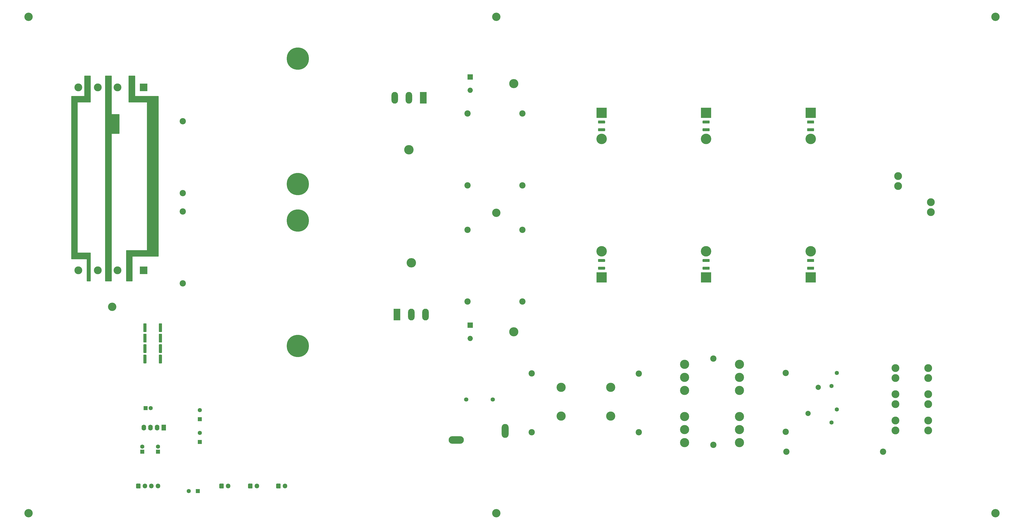
<source format=gbs>
G04 #@! TF.GenerationSoftware,KiCad,Pcbnew,(5.1.7)-1*
G04 #@! TF.CreationDate,2021-03-09T01:47:10+02:00*
G04 #@! TF.ProjectId,CP_inverter,43505f69-6e76-4657-9274-65722e6b6963,rev?*
G04 #@! TF.SameCoordinates,Original*
G04 #@! TF.FileFunction,Soldermask,Bot*
G04 #@! TF.FilePolarity,Negative*
%FSLAX46Y46*%
G04 Gerber Fmt 4.6, Leading zero omitted, Abs format (unit mm)*
G04 Created by KiCad (PCBNEW (5.1.7)-1) date 2021-03-09 01:47:10*
%MOMM*%
%LPD*%
G01*
G04 APERTURE LIST*
%ADD10C,3.000000*%
%ADD11C,2.400000*%
%ADD12R,1.600000X1.600000*%
%ADD13C,1.600000*%
%ADD14C,4.000000*%
%ADD15R,4.000000X4.000000*%
%ADD16C,3.200000*%
%ADD17R,3.000000X3.000000*%
%ADD18O,3.500000X3.500000*%
%ADD19R,2.000000X2.000000*%
%ADD20O,2.000000X2.000000*%
%ADD21C,3.500000*%
%ADD22O,1.700000X1.850000*%
%ADD23C,8.500000*%
%ADD24C,2.000000*%
%ADD25C,1.635000*%
%ADD26O,5.850000X2.925000*%
%ADD27O,2.670000X5.340000*%
%ADD28O,1.750000X2.250000*%
%ADD29R,1.750000X2.250000*%
%ADD30O,2.500000X4.500000*%
%ADD31R,2.500000X4.500000*%
%ADD32O,3.600000X3.600000*%
%ADD33C,0.254000*%
%ADD34C,0.100000*%
G04 APERTURE END LIST*
D10*
G04 #@! TO.C,J1*
X370246800Y-214300000D03*
X370246800Y-210490000D03*
X357750000Y-214300000D03*
X357750000Y-210490000D03*
X370246800Y-204292400D03*
X370246800Y-200482400D03*
X357750000Y-204292400D03*
X357750000Y-200482400D03*
X370246800Y-194284800D03*
X370246800Y-190474800D03*
X357750000Y-194284800D03*
X357750000Y-190474800D03*
G04 #@! TD*
D11*
G04 #@! TO.C,F1*
X316000000Y-222500000D03*
X353000000Y-222500000D03*
G04 #@! TD*
G04 #@! TO.C,C33*
X215000000Y-165000000D03*
X215000000Y-137500000D03*
G04 #@! TD*
G04 #@! TO.C,C9*
X315750000Y-214800000D03*
X315750000Y-192300000D03*
G04 #@! TD*
G04 #@! TO.C,C17*
X259500000Y-215050000D03*
X259500000Y-192550000D03*
G04 #@! TD*
G04 #@! TO.C,C19*
X218500000Y-192500000D03*
X218500000Y-215000000D03*
G04 #@! TD*
D12*
G04 #@! TO.C,C23*
X69500000Y-222500000D03*
D13*
X69500000Y-220500000D03*
G04 #@! TD*
D12*
G04 #@! TO.C,C24*
X75500000Y-222500000D03*
D13*
X75500000Y-220500000D03*
G04 #@! TD*
D11*
G04 #@! TO.C,C27*
X85000000Y-96000000D03*
X85000000Y-123500000D03*
G04 #@! TD*
G04 #@! TO.C,C28*
X85000000Y-158000000D03*
X85000000Y-130500000D03*
G04 #@! TD*
D12*
G04 #@! TO.C,C30*
X90750000Y-237500000D03*
D13*
X87250000Y-237500000D03*
G04 #@! TD*
G04 #@! TO.C,C31*
X72750000Y-205750000D03*
D12*
X70750000Y-205750000D03*
G04 #@! TD*
D11*
G04 #@! TO.C,C32*
X215000000Y-120500000D03*
X215000000Y-93000000D03*
G04 #@! TD*
G04 #@! TO.C,C35*
X194000000Y-120500000D03*
X194000000Y-93000000D03*
G04 #@! TD*
G04 #@! TO.C,C36*
X194000000Y-137500000D03*
X194000000Y-165000000D03*
G04 #@! TD*
D14*
G04 #@! TO.C,C37*
X245250000Y-102750000D03*
D15*
X245250000Y-92750000D03*
G04 #@! TD*
G04 #@! TO.C,C38*
X285250000Y-92750000D03*
D14*
X285250000Y-102750000D03*
G04 #@! TD*
D12*
G04 #@! TO.C,C39*
X91500000Y-218750000D03*
D13*
X91500000Y-215250000D03*
G04 #@! TD*
G04 #@! TO.C,C40*
X91500000Y-206500000D03*
D12*
X91500000Y-210000000D03*
G04 #@! TD*
D14*
G04 #@! TO.C,C41*
X325250000Y-102750000D03*
D15*
X325250000Y-92750000D03*
G04 #@! TD*
G04 #@! TO.C,C44*
X245250000Y-155750000D03*
D14*
X245250000Y-145750000D03*
G04 #@! TD*
D15*
G04 #@! TO.C,C45*
X285250000Y-155750000D03*
D14*
X285250000Y-145750000D03*
G04 #@! TD*
G04 #@! TO.C,C46*
X325250000Y-145750000D03*
D15*
X325250000Y-155750000D03*
G04 #@! TD*
G04 #@! TO.C,C47*
G36*
G01*
X246350001Y-152800000D02*
X244149999Y-152800000D01*
G75*
G02*
X243900000Y-152550001I0J249999D01*
G01*
X243900000Y-151899999D01*
G75*
G02*
X244149999Y-151650000I249999J0D01*
G01*
X246350001Y-151650000D01*
G75*
G02*
X246600000Y-151899999I0J-249999D01*
G01*
X246600000Y-152550001D01*
G75*
G02*
X246350001Y-152800000I-249999J0D01*
G01*
G37*
G36*
G01*
X246350001Y-149850000D02*
X244149999Y-149850000D01*
G75*
G02*
X243900000Y-149600001I0J249999D01*
G01*
X243900000Y-148949999D01*
G75*
G02*
X244149999Y-148700000I249999J0D01*
G01*
X246350001Y-148700000D01*
G75*
G02*
X246600000Y-148949999I0J-249999D01*
G01*
X246600000Y-149600001D01*
G75*
G02*
X246350001Y-149850000I-249999J0D01*
G01*
G37*
G04 #@! TD*
G04 #@! TO.C,C48*
G36*
G01*
X286350001Y-149850000D02*
X284149999Y-149850000D01*
G75*
G02*
X283900000Y-149600001I0J249999D01*
G01*
X283900000Y-148949999D01*
G75*
G02*
X284149999Y-148700000I249999J0D01*
G01*
X286350001Y-148700000D01*
G75*
G02*
X286600000Y-148949999I0J-249999D01*
G01*
X286600000Y-149600001D01*
G75*
G02*
X286350001Y-149850000I-249999J0D01*
G01*
G37*
G36*
G01*
X286350001Y-152800000D02*
X284149999Y-152800000D01*
G75*
G02*
X283900000Y-152550001I0J249999D01*
G01*
X283900000Y-151899999D01*
G75*
G02*
X284149999Y-151650000I249999J0D01*
G01*
X286350001Y-151650000D01*
G75*
G02*
X286600000Y-151899999I0J-249999D01*
G01*
X286600000Y-152550001D01*
G75*
G02*
X286350001Y-152800000I-249999J0D01*
G01*
G37*
G04 #@! TD*
G04 #@! TO.C,C51*
G36*
G01*
X326350001Y-152800000D02*
X324149999Y-152800000D01*
G75*
G02*
X323900000Y-152550001I0J249999D01*
G01*
X323900000Y-151899999D01*
G75*
G02*
X324149999Y-151650000I249999J0D01*
G01*
X326350001Y-151650000D01*
G75*
G02*
X326600000Y-151899999I0J-249999D01*
G01*
X326600000Y-152550001D01*
G75*
G02*
X326350001Y-152800000I-249999J0D01*
G01*
G37*
G36*
G01*
X326350001Y-149850000D02*
X324149999Y-149850000D01*
G75*
G02*
X323900000Y-149600001I0J249999D01*
G01*
X323900000Y-148949999D01*
G75*
G02*
X324149999Y-148700000I249999J0D01*
G01*
X326350001Y-148700000D01*
G75*
G02*
X326600000Y-148949999I0J-249999D01*
G01*
X326600000Y-149600001D01*
G75*
G02*
X326350001Y-149850000I-249999J0D01*
G01*
G37*
G04 #@! TD*
G04 #@! TO.C,C52*
G36*
G01*
X244149999Y-98650000D02*
X246350001Y-98650000D01*
G75*
G02*
X246600000Y-98899999I0J-249999D01*
G01*
X246600000Y-99550001D01*
G75*
G02*
X246350001Y-99800000I-249999J0D01*
G01*
X244149999Y-99800000D01*
G75*
G02*
X243900000Y-99550001I0J249999D01*
G01*
X243900000Y-98899999D01*
G75*
G02*
X244149999Y-98650000I249999J0D01*
G01*
G37*
G36*
G01*
X244149999Y-95700000D02*
X246350001Y-95700000D01*
G75*
G02*
X246600000Y-95949999I0J-249999D01*
G01*
X246600000Y-96600001D01*
G75*
G02*
X246350001Y-96850000I-249999J0D01*
G01*
X244149999Y-96850000D01*
G75*
G02*
X243900000Y-96600001I0J249999D01*
G01*
X243900000Y-95949999D01*
G75*
G02*
X244149999Y-95700000I249999J0D01*
G01*
G37*
G04 #@! TD*
G04 #@! TO.C,C53*
G36*
G01*
X284149999Y-98650000D02*
X286350001Y-98650000D01*
G75*
G02*
X286600000Y-98899999I0J-249999D01*
G01*
X286600000Y-99550001D01*
G75*
G02*
X286350001Y-99800000I-249999J0D01*
G01*
X284149999Y-99800000D01*
G75*
G02*
X283900000Y-99550001I0J249999D01*
G01*
X283900000Y-98899999D01*
G75*
G02*
X284149999Y-98650000I249999J0D01*
G01*
G37*
G36*
G01*
X284149999Y-95700000D02*
X286350001Y-95700000D01*
G75*
G02*
X286600000Y-95949999I0J-249999D01*
G01*
X286600000Y-96600001D01*
G75*
G02*
X286350001Y-96850000I-249999J0D01*
G01*
X284149999Y-96850000D01*
G75*
G02*
X283900000Y-96600001I0J249999D01*
G01*
X283900000Y-95949999D01*
G75*
G02*
X284149999Y-95700000I249999J0D01*
G01*
G37*
G04 #@! TD*
G04 #@! TO.C,C54*
G36*
G01*
X324149999Y-95700000D02*
X326350001Y-95700000D01*
G75*
G02*
X326600000Y-95949999I0J-249999D01*
G01*
X326600000Y-96600001D01*
G75*
G02*
X326350001Y-96850000I-249999J0D01*
G01*
X324149999Y-96850000D01*
G75*
G02*
X323900000Y-96600001I0J249999D01*
G01*
X323900000Y-95949999D01*
G75*
G02*
X324149999Y-95700000I249999J0D01*
G01*
G37*
G36*
G01*
X324149999Y-98650000D02*
X326350001Y-98650000D01*
G75*
G02*
X326600000Y-98899999I0J-249999D01*
G01*
X326600000Y-99550001D01*
G75*
G02*
X326350001Y-99800000I-249999J0D01*
G01*
X324149999Y-99800000D01*
G75*
G02*
X323900000Y-99550001I0J249999D01*
G01*
X323900000Y-98899999D01*
G75*
G02*
X324149999Y-98650000I249999J0D01*
G01*
G37*
G04 #@! TD*
D16*
G04 #@! TO.C,D11*
X58000000Y-97000000D03*
D17*
X70000000Y-83000000D03*
D10*
X60000000Y-83000000D03*
X52500000Y-83000000D03*
X45000000Y-83000000D03*
G04 #@! TD*
G04 #@! TO.C,D12*
X45000000Y-153000000D03*
X52500000Y-153000000D03*
X60000000Y-153000000D03*
D17*
X70000000Y-153000000D03*
D16*
X58000000Y-167000000D03*
G04 #@! TD*
D18*
G04 #@! TO.C,D18*
X211660000Y-176540000D03*
D19*
X195000000Y-174000000D03*
D20*
X195000000Y-179080000D03*
G04 #@! TD*
D21*
G04 #@! TO.C,FL1*
X298000000Y-209000000D03*
X277000000Y-209000000D03*
X298000000Y-214000000D03*
X298000000Y-219000000D03*
X277000000Y-219000000D03*
X277000000Y-214000000D03*
X298000000Y-189000000D03*
X298000000Y-199000000D03*
X298000000Y-194000000D03*
X277000000Y-194000000D03*
X277000000Y-189000000D03*
X277000000Y-199000000D03*
D11*
X288000000Y-186800000D03*
X288000000Y-219800000D03*
G04 #@! TD*
D21*
G04 #@! TO.C,FL2*
X248750000Y-208800000D03*
X229750000Y-208800000D03*
X229750000Y-197800000D03*
X248750000Y-197800000D03*
G04 #@! TD*
G04 #@! TO.C,J5*
G36*
G01*
X67150000Y-236275000D02*
X67150000Y-234925000D01*
G75*
G02*
X67400000Y-234675000I250000J0D01*
G01*
X68600000Y-234675000D01*
G75*
G02*
X68850000Y-234925000I0J-250000D01*
G01*
X68850000Y-236275000D01*
G75*
G02*
X68600000Y-236525000I-250000J0D01*
G01*
X67400000Y-236525000D01*
G75*
G02*
X67150000Y-236275000I0J250000D01*
G01*
G37*
D22*
X70500000Y-235600000D03*
X73000000Y-235600000D03*
X75500000Y-235600000D03*
G04 #@! TD*
D10*
G04 #@! TO.C,J6*
X371250000Y-130750000D03*
X358750000Y-120750000D03*
X371250000Y-126950000D03*
X358750000Y-116950000D03*
G04 #@! TD*
D23*
G04 #@! TO.C,L2*
X129000000Y-72000000D03*
X129000000Y-120000000D03*
G04 #@! TD*
G04 #@! TO.C,L3*
X129000000Y-134000000D03*
X129000000Y-182000000D03*
G04 #@! TD*
G04 #@! TO.C,R33*
G36*
G01*
X75835001Y-188425001D02*
X75835001Y-185574999D01*
G75*
G02*
X76085000Y-185325000I249999J0D01*
G01*
X76810002Y-185325000D01*
G75*
G02*
X77060001Y-185574999I0J-249999D01*
G01*
X77060001Y-188425001D01*
G75*
G02*
X76810002Y-188675000I-249999J0D01*
G01*
X76085000Y-188675000D01*
G75*
G02*
X75835001Y-188425001I0J249999D01*
G01*
G37*
G36*
G01*
X69910001Y-188425001D02*
X69910001Y-185574999D01*
G75*
G02*
X70160000Y-185325000I249999J0D01*
G01*
X70885002Y-185325000D01*
G75*
G02*
X71135001Y-185574999I0J-249999D01*
G01*
X71135001Y-188425001D01*
G75*
G02*
X70885002Y-188675000I-249999J0D01*
G01*
X70160000Y-188675000D01*
G75*
G02*
X69910001Y-188425001I0J249999D01*
G01*
G37*
G04 #@! TD*
G04 #@! TO.C,R34*
G36*
G01*
X69925000Y-184425001D02*
X69925000Y-181574999D01*
G75*
G02*
X70174999Y-181325000I249999J0D01*
G01*
X70900001Y-181325000D01*
G75*
G02*
X71150000Y-181574999I0J-249999D01*
G01*
X71150000Y-184425001D01*
G75*
G02*
X70900001Y-184675000I-249999J0D01*
G01*
X70174999Y-184675000D01*
G75*
G02*
X69925000Y-184425001I0J249999D01*
G01*
G37*
G36*
G01*
X75850000Y-184425001D02*
X75850000Y-181574999D01*
G75*
G02*
X76099999Y-181325000I249999J0D01*
G01*
X76825001Y-181325000D01*
G75*
G02*
X77075000Y-181574999I0J-249999D01*
G01*
X77075000Y-184425001D01*
G75*
G02*
X76825001Y-184675000I-249999J0D01*
G01*
X76099999Y-184675000D01*
G75*
G02*
X75850000Y-184425001I0J249999D01*
G01*
G37*
G04 #@! TD*
D13*
G04 #@! TO.C,RV1*
X333250000Y-211300000D03*
X335250000Y-206300000D03*
G04 #@! TD*
G04 #@! TO.C,RV2*
X335250000Y-192300000D03*
X333250000Y-197300000D03*
G04 #@! TD*
D24*
G04 #@! TO.C,RV3*
X324250000Y-207800000D03*
X328150000Y-197800000D03*
G04 #@! TD*
D25*
G04 #@! TO.C,U5*
X193435000Y-202490000D03*
X203595000Y-202490000D03*
D26*
X189625000Y-217930000D03*
D27*
X208375000Y-214500000D03*
G04 #@! TD*
D28*
G04 #@! TO.C,U7*
X70130000Y-213250000D03*
X72670000Y-213250000D03*
X75210000Y-213250000D03*
D29*
X77750000Y-213250000D03*
G04 #@! TD*
G04 #@! TO.C,J2*
G36*
G01*
X110000000Y-236275000D02*
X110000000Y-234925000D01*
G75*
G02*
X110250000Y-234675000I250000J0D01*
G01*
X111450000Y-234675000D01*
G75*
G02*
X111700000Y-234925000I0J-250000D01*
G01*
X111700000Y-236275000D01*
G75*
G02*
X111450000Y-236525000I-250000J0D01*
G01*
X110250000Y-236525000D01*
G75*
G02*
X110000000Y-236275000I0J250000D01*
G01*
G37*
D22*
X113350000Y-235600000D03*
G04 #@! TD*
G04 #@! TO.C,J3*
X124100000Y-235600000D03*
G36*
G01*
X120750000Y-236275000D02*
X120750000Y-234925000D01*
G75*
G02*
X121000000Y-234675000I250000J0D01*
G01*
X122200000Y-234675000D01*
G75*
G02*
X122450000Y-234925000I0J-250000D01*
G01*
X122450000Y-236275000D01*
G75*
G02*
X122200000Y-236525000I-250000J0D01*
G01*
X121000000Y-236525000D01*
G75*
G02*
X120750000Y-236275000I0J250000D01*
G01*
G37*
G04 #@! TD*
G04 #@! TO.C,J4*
G36*
G01*
X99000000Y-236275000D02*
X99000000Y-234925000D01*
G75*
G02*
X99250000Y-234675000I250000J0D01*
G01*
X100450000Y-234675000D01*
G75*
G02*
X100700000Y-234925000I0J-250000D01*
G01*
X100700000Y-236275000D01*
G75*
G02*
X100450000Y-236525000I-250000J0D01*
G01*
X99250000Y-236525000D01*
G75*
G02*
X99000000Y-236275000I0J250000D01*
G01*
G37*
X102350000Y-235600000D03*
G04 #@! TD*
D30*
G04 #@! TO.C,Q2*
X166100000Y-87000000D03*
X171550000Y-87000000D03*
D31*
X177000000Y-87000000D03*
D32*
X171550000Y-106860000D03*
G04 #@! TD*
G04 #@! TO.C,Q3*
X172450000Y-150140000D03*
D31*
X167000000Y-170000000D03*
D30*
X172450000Y-170000000D03*
X177900000Y-170000000D03*
G04 #@! TD*
D18*
G04 #@! TO.C,D16*
X211660000Y-81540000D03*
D19*
X195000000Y-79000000D03*
D20*
X195000000Y-84080000D03*
G04 #@! TD*
D16*
G04 #@! TO.C,H1*
X26000000Y-246000000D03*
G04 #@! TD*
G04 #@! TO.C,H2*
X26000000Y-56000000D03*
G04 #@! TD*
G04 #@! TO.C,H3*
X396000000Y-56000000D03*
G04 #@! TD*
G04 #@! TO.C,H4*
X396000000Y-246000000D03*
G04 #@! TD*
G04 #@! TO.C,H5*
X205000000Y-56000000D03*
G04 #@! TD*
G04 #@! TO.C,H6*
X205000000Y-131000000D03*
G04 #@! TD*
G04 #@! TO.C,H7*
X205000000Y-246000000D03*
G04 #@! TD*
G04 #@! TO.C,R31*
G36*
G01*
X69925000Y-180425001D02*
X69925000Y-177574999D01*
G75*
G02*
X70174999Y-177325000I249999J0D01*
G01*
X70900001Y-177325000D01*
G75*
G02*
X71150000Y-177574999I0J-249999D01*
G01*
X71150000Y-180425001D01*
G75*
G02*
X70900001Y-180675000I-249999J0D01*
G01*
X70174999Y-180675000D01*
G75*
G02*
X69925000Y-180425001I0J249999D01*
G01*
G37*
G36*
G01*
X75850000Y-180425001D02*
X75850000Y-177574999D01*
G75*
G02*
X76099999Y-177325000I249999J0D01*
G01*
X76825001Y-177325000D01*
G75*
G02*
X77075000Y-177574999I0J-249999D01*
G01*
X77075000Y-180425001D01*
G75*
G02*
X76825001Y-180675000I-249999J0D01*
G01*
X76099999Y-180675000D01*
G75*
G02*
X75850000Y-180425001I0J249999D01*
G01*
G37*
G04 #@! TD*
G04 #@! TO.C,R32*
G36*
G01*
X75850000Y-176425001D02*
X75850000Y-173574999D01*
G75*
G02*
X76099999Y-173325000I249999J0D01*
G01*
X76825001Y-173325000D01*
G75*
G02*
X77075000Y-173574999I0J-249999D01*
G01*
X77075000Y-176425001D01*
G75*
G02*
X76825001Y-176675000I-249999J0D01*
G01*
X76099999Y-176675000D01*
G75*
G02*
X75850000Y-176425001I0J249999D01*
G01*
G37*
G36*
G01*
X69925000Y-176425001D02*
X69925000Y-173574999D01*
G75*
G02*
X70174999Y-173325000I249999J0D01*
G01*
X70900001Y-173325000D01*
G75*
G02*
X71150000Y-173574999I0J-249999D01*
G01*
X71150000Y-176425001D01*
G75*
G02*
X70900001Y-176675000I-249999J0D01*
G01*
X70174999Y-176675000D01*
G75*
G02*
X69925000Y-176425001I0J249999D01*
G01*
G37*
G04 #@! TD*
D33*
X49623000Y-88623000D02*
X44750000Y-88623000D01*
X44725224Y-88625440D01*
X44701399Y-88632667D01*
X44679443Y-88644403D01*
X44660197Y-88660197D01*
X44644403Y-88679443D01*
X44632667Y-88701399D01*
X44625440Y-88725224D01*
X44623000Y-88750000D01*
X44623000Y-146250000D01*
X44625440Y-146274776D01*
X44632667Y-146298601D01*
X44644403Y-146320557D01*
X44660197Y-146339803D01*
X44679443Y-146355597D01*
X44701399Y-146367333D01*
X44725224Y-146374560D01*
X44750000Y-146377000D01*
X49623000Y-146377000D01*
X49623000Y-157123000D01*
X48377000Y-157123000D01*
X48377000Y-148750000D01*
X48374560Y-148725224D01*
X48367333Y-148701399D01*
X48355597Y-148679443D01*
X48339803Y-148660197D01*
X48320557Y-148644403D01*
X48298601Y-148632667D01*
X48274776Y-148625440D01*
X48250000Y-148623000D01*
X42377000Y-148623000D01*
X42377000Y-86377000D01*
X47250000Y-86377000D01*
X47274776Y-86374560D01*
X47298601Y-86367333D01*
X47320557Y-86355597D01*
X47339803Y-86339803D01*
X47355597Y-86320557D01*
X47367333Y-86298601D01*
X47374560Y-86274776D01*
X47377000Y-86250000D01*
X47377000Y-78627000D01*
X49623000Y-78627000D01*
X49623000Y-88623000D01*
D34*
G36*
X49623000Y-88623000D02*
G01*
X44750000Y-88623000D01*
X44725224Y-88625440D01*
X44701399Y-88632667D01*
X44679443Y-88644403D01*
X44660197Y-88660197D01*
X44644403Y-88679443D01*
X44632667Y-88701399D01*
X44625440Y-88725224D01*
X44623000Y-88750000D01*
X44623000Y-146250000D01*
X44625440Y-146274776D01*
X44632667Y-146298601D01*
X44644403Y-146320557D01*
X44660197Y-146339803D01*
X44679443Y-146355597D01*
X44701399Y-146367333D01*
X44725224Y-146374560D01*
X44750000Y-146377000D01*
X49623000Y-146377000D01*
X49623000Y-157123000D01*
X48377000Y-157123000D01*
X48377000Y-148750000D01*
X48374560Y-148725224D01*
X48367333Y-148701399D01*
X48355597Y-148679443D01*
X48339803Y-148660197D01*
X48320557Y-148644403D01*
X48298601Y-148632667D01*
X48274776Y-148625440D01*
X48250000Y-148623000D01*
X42377000Y-148623000D01*
X42377000Y-86377000D01*
X47250000Y-86377000D01*
X47274776Y-86374560D01*
X47298601Y-86367333D01*
X47320557Y-86355597D01*
X47339803Y-86339803D01*
X47355597Y-86320557D01*
X47367333Y-86298601D01*
X47374560Y-86274776D01*
X47377000Y-86250000D01*
X47377000Y-78627000D01*
X49623000Y-78627000D01*
X49623000Y-88623000D01*
G37*
D33*
X57623000Y-93250000D02*
X57625440Y-93274776D01*
X57632667Y-93298601D01*
X57644403Y-93320557D01*
X57660197Y-93339803D01*
X57679443Y-93355597D01*
X57701399Y-93367333D01*
X57725224Y-93374560D01*
X57750000Y-93377000D01*
X60623000Y-93377000D01*
X60623000Y-100623000D01*
X57750000Y-100623000D01*
X57725224Y-100625440D01*
X57701399Y-100632667D01*
X57679443Y-100644403D01*
X57660197Y-100660197D01*
X57644403Y-100679443D01*
X57632667Y-100701399D01*
X57625440Y-100725224D01*
X57623000Y-100750000D01*
X57623000Y-157123000D01*
X55377000Y-157123000D01*
X55377000Y-78627000D01*
X57623000Y-78627000D01*
X57623000Y-93250000D01*
D34*
G36*
X57623000Y-93250000D02*
G01*
X57625440Y-93274776D01*
X57632667Y-93298601D01*
X57644403Y-93320557D01*
X57660197Y-93339803D01*
X57679443Y-93355597D01*
X57701399Y-93367333D01*
X57725224Y-93374560D01*
X57750000Y-93377000D01*
X60623000Y-93377000D01*
X60623000Y-100623000D01*
X57750000Y-100623000D01*
X57725224Y-100625440D01*
X57701399Y-100632667D01*
X57679443Y-100644403D01*
X57660197Y-100660197D01*
X57644403Y-100679443D01*
X57632667Y-100701399D01*
X57625440Y-100725224D01*
X57623000Y-100750000D01*
X57623000Y-157123000D01*
X55377000Y-157123000D01*
X55377000Y-78627000D01*
X57623000Y-78627000D01*
X57623000Y-93250000D01*
G37*
D33*
X66623000Y-86250000D02*
X66625440Y-86274776D01*
X66632667Y-86298601D01*
X66644403Y-86320557D01*
X66660197Y-86339803D01*
X66679443Y-86355597D01*
X66701399Y-86367333D01*
X66725224Y-86374560D01*
X66750000Y-86377000D01*
X75623000Y-86377000D01*
X75623000Y-147623000D01*
X65750000Y-147623000D01*
X65725224Y-147625440D01*
X65701399Y-147632667D01*
X65679443Y-147644403D01*
X65660197Y-147660197D01*
X65644403Y-147679443D01*
X65632667Y-147701399D01*
X65625440Y-147725224D01*
X65623000Y-147750000D01*
X65623000Y-157123000D01*
X63377000Y-157123000D01*
X63377000Y-145377000D01*
X71250000Y-145377000D01*
X71274776Y-145374560D01*
X71298601Y-145367333D01*
X71320557Y-145355597D01*
X71339803Y-145339803D01*
X71355597Y-145320557D01*
X71367333Y-145298601D01*
X71374560Y-145274776D01*
X71377000Y-145250000D01*
X71377000Y-88750000D01*
X71374560Y-88725224D01*
X71367333Y-88701399D01*
X71355597Y-88679443D01*
X71339803Y-88660197D01*
X71320557Y-88644403D01*
X71298601Y-88632667D01*
X71274776Y-88625440D01*
X71250000Y-88623000D01*
X64377000Y-88623000D01*
X64377000Y-78627000D01*
X66623000Y-78627000D01*
X66623000Y-86250000D01*
D34*
G36*
X66623000Y-86250000D02*
G01*
X66625440Y-86274776D01*
X66632667Y-86298601D01*
X66644403Y-86320557D01*
X66660197Y-86339803D01*
X66679443Y-86355597D01*
X66701399Y-86367333D01*
X66725224Y-86374560D01*
X66750000Y-86377000D01*
X75623000Y-86377000D01*
X75623000Y-147623000D01*
X65750000Y-147623000D01*
X65725224Y-147625440D01*
X65701399Y-147632667D01*
X65679443Y-147644403D01*
X65660197Y-147660197D01*
X65644403Y-147679443D01*
X65632667Y-147701399D01*
X65625440Y-147725224D01*
X65623000Y-147750000D01*
X65623000Y-157123000D01*
X63377000Y-157123000D01*
X63377000Y-145377000D01*
X71250000Y-145377000D01*
X71274776Y-145374560D01*
X71298601Y-145367333D01*
X71320557Y-145355597D01*
X71339803Y-145339803D01*
X71355597Y-145320557D01*
X71367333Y-145298601D01*
X71374560Y-145274776D01*
X71377000Y-145250000D01*
X71377000Y-88750000D01*
X71374560Y-88725224D01*
X71367333Y-88701399D01*
X71355597Y-88679443D01*
X71339803Y-88660197D01*
X71320557Y-88644403D01*
X71298601Y-88632667D01*
X71274776Y-88625440D01*
X71250000Y-88623000D01*
X64377000Y-88623000D01*
X64377000Y-78627000D01*
X66623000Y-78627000D01*
X66623000Y-86250000D01*
G37*
M02*

</source>
